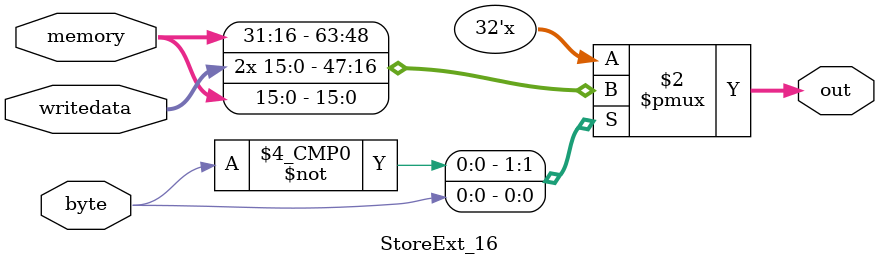
<source format=v>
`timescale 1ns / 1ps

module StoreExt_16( 
    input [31:0] writedata,
    input byte,
    input [31:0] memory,
    output reg[31:0] out
    ); 
   
    always @(*) begin
        case(byte)
            1'b0: out={memory[31:16],writedata[15:0]};
            1'b1: out={writedata[15:0],memory[15:0]};
        endcase
    end

endmodule


</source>
